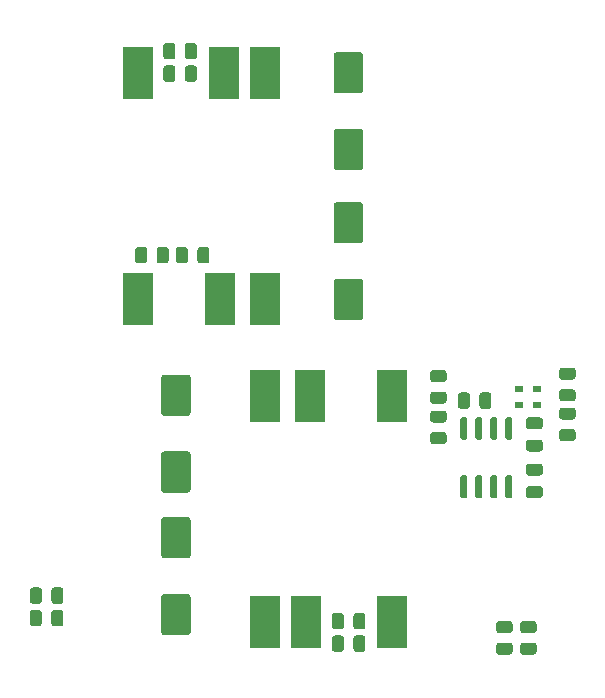
<source format=gbr>
%TF.GenerationSoftware,KiCad,Pcbnew,(5.1.9)-1*%
%TF.CreationDate,2021-04-10T21:08:21+08:00*%
%TF.ProjectId,CSPS2ATX2.0,43535053-3241-4545-9832-2e302e6b6963,V2.0*%
%TF.SameCoordinates,Original*%
%TF.FileFunction,Paste,Top*%
%TF.FilePolarity,Positive*%
%FSLAX46Y46*%
G04 Gerber Fmt 4.6, Leading zero omitted, Abs format (unit mm)*
G04 Created by KiCad (PCBNEW (5.1.9)-1) date 2021-04-10 21:08:21*
%MOMM*%
%LPD*%
G01*
G04 APERTURE LIST*
%ADD10R,0.700000X0.600000*%
%ADD11R,2.600000X4.500000*%
G04 APERTURE END LIST*
D10*
%TO.C,D2*%
X131318000Y-101095000D03*
X131318000Y-99695000D03*
%TD*%
%TO.C,D1*%
X132842000Y-101095000D03*
X132842000Y-99695000D03*
%TD*%
D11*
%TO.C,U3*%
X113210000Y-119420000D03*
X109810000Y-119420000D03*
X120500000Y-119420000D03*
X109810000Y-100330000D03*
X113610000Y-100330000D03*
X120510000Y-100330000D03*
%TD*%
%TO.C,U2*%
X106350000Y-72985000D03*
X109750000Y-72985000D03*
X99060000Y-72985000D03*
X109750000Y-92075000D03*
X105950000Y-92075000D03*
X99050000Y-92075000D03*
%TD*%
%TO.C,R10*%
G36*
G01*
X117263500Y-121735001D02*
X117263500Y-120834999D01*
G75*
G02*
X117513499Y-120585000I249999J0D01*
G01*
X118038501Y-120585000D01*
G75*
G02*
X118288500Y-120834999I0J-249999D01*
G01*
X118288500Y-121735001D01*
G75*
G02*
X118038501Y-121985000I-249999J0D01*
G01*
X117513499Y-121985000D01*
G75*
G02*
X117263500Y-121735001I0J249999D01*
G01*
G37*
G36*
G01*
X115438500Y-121735001D02*
X115438500Y-120834999D01*
G75*
G02*
X115688499Y-120585000I249999J0D01*
G01*
X116213501Y-120585000D01*
G75*
G02*
X116463500Y-120834999I0J-249999D01*
G01*
X116463500Y-121735001D01*
G75*
G02*
X116213501Y-121985000I-249999J0D01*
G01*
X115688499Y-121985000D01*
G75*
G02*
X115438500Y-121735001I0J249999D01*
G01*
G37*
%TD*%
%TO.C,R9*%
G36*
G01*
X116463500Y-118929999D02*
X116463500Y-119830001D01*
G75*
G02*
X116213501Y-120080000I-249999J0D01*
G01*
X115688499Y-120080000D01*
G75*
G02*
X115438500Y-119830001I0J249999D01*
G01*
X115438500Y-118929999D01*
G75*
G02*
X115688499Y-118680000I249999J0D01*
G01*
X116213501Y-118680000D01*
G75*
G02*
X116463500Y-118929999I0J-249999D01*
G01*
G37*
G36*
G01*
X118288500Y-118929999D02*
X118288500Y-119830001D01*
G75*
G02*
X118038501Y-120080000I-249999J0D01*
G01*
X117513499Y-120080000D01*
G75*
G02*
X117263500Y-119830001I0J249999D01*
G01*
X117263500Y-118929999D01*
G75*
G02*
X117513499Y-118680000I249999J0D01*
G01*
X118038501Y-118680000D01*
G75*
G02*
X118288500Y-118929999I0J-249999D01*
G01*
G37*
%TD*%
%TO.C,R8*%
G36*
G01*
X102192500Y-70669999D02*
X102192500Y-71570001D01*
G75*
G02*
X101942501Y-71820000I-249999J0D01*
G01*
X101417499Y-71820000D01*
G75*
G02*
X101167500Y-71570001I0J249999D01*
G01*
X101167500Y-70669999D01*
G75*
G02*
X101417499Y-70420000I249999J0D01*
G01*
X101942501Y-70420000D01*
G75*
G02*
X102192500Y-70669999I0J-249999D01*
G01*
G37*
G36*
G01*
X104017500Y-70669999D02*
X104017500Y-71570001D01*
G75*
G02*
X103767501Y-71820000I-249999J0D01*
G01*
X103242499Y-71820000D01*
G75*
G02*
X102992500Y-71570001I0J249999D01*
G01*
X102992500Y-70669999D01*
G75*
G02*
X103242499Y-70420000I249999J0D01*
G01*
X103767501Y-70420000D01*
G75*
G02*
X104017500Y-70669999I0J-249999D01*
G01*
G37*
%TD*%
%TO.C,R7*%
G36*
G01*
X102992500Y-73475001D02*
X102992500Y-72574999D01*
G75*
G02*
X103242499Y-72325000I249999J0D01*
G01*
X103767501Y-72325000D01*
G75*
G02*
X104017500Y-72574999I0J-249999D01*
G01*
X104017500Y-73475001D01*
G75*
G02*
X103767501Y-73725000I-249999J0D01*
G01*
X103242499Y-73725000D01*
G75*
G02*
X102992500Y-73475001I0J249999D01*
G01*
G37*
G36*
G01*
X101167500Y-73475001D02*
X101167500Y-72574999D01*
G75*
G02*
X101417499Y-72325000I249999J0D01*
G01*
X101942501Y-72325000D01*
G75*
G02*
X102192500Y-72574999I0J-249999D01*
G01*
X102192500Y-73475001D01*
G75*
G02*
X101942501Y-73725000I-249999J0D01*
G01*
X101417499Y-73725000D01*
G75*
G02*
X101167500Y-73475001I0J249999D01*
G01*
G37*
%TD*%
%TO.C,C6*%
G36*
G01*
X117840000Y-87400000D02*
X115840000Y-87400000D01*
G75*
G02*
X115590000Y-87150000I0J250000D01*
G01*
X115590000Y-84150000D01*
G75*
G02*
X115840000Y-83900000I250000J0D01*
G01*
X117840000Y-83900000D01*
G75*
G02*
X118090000Y-84150000I0J-250000D01*
G01*
X118090000Y-87150000D01*
G75*
G02*
X117840000Y-87400000I-250000J0D01*
G01*
G37*
G36*
G01*
X117840000Y-93900000D02*
X115840000Y-93900000D01*
G75*
G02*
X115590000Y-93650000I0J250000D01*
G01*
X115590000Y-90650000D01*
G75*
G02*
X115840000Y-90400000I250000J0D01*
G01*
X117840000Y-90400000D01*
G75*
G02*
X118090000Y-90650000I0J-250000D01*
G01*
X118090000Y-93650000D01*
G75*
G02*
X117840000Y-93900000I-250000J0D01*
G01*
G37*
%TD*%
%TO.C,C5*%
G36*
G01*
X103235000Y-114070000D02*
X101235000Y-114070000D01*
G75*
G02*
X100985000Y-113820000I0J250000D01*
G01*
X100985000Y-110820000D01*
G75*
G02*
X101235000Y-110570000I250000J0D01*
G01*
X103235000Y-110570000D01*
G75*
G02*
X103485000Y-110820000I0J-250000D01*
G01*
X103485000Y-113820000D01*
G75*
G02*
X103235000Y-114070000I-250000J0D01*
G01*
G37*
G36*
G01*
X103235000Y-120570000D02*
X101235000Y-120570000D01*
G75*
G02*
X100985000Y-120320000I0J250000D01*
G01*
X100985000Y-117320000D01*
G75*
G02*
X101235000Y-117070000I250000J0D01*
G01*
X103235000Y-117070000D01*
G75*
G02*
X103485000Y-117320000I0J-250000D01*
G01*
X103485000Y-120320000D01*
G75*
G02*
X103235000Y-120570000I-250000J0D01*
G01*
G37*
%TD*%
%TO.C,C4*%
G36*
G01*
X117840000Y-74700000D02*
X115840000Y-74700000D01*
G75*
G02*
X115590000Y-74450000I0J250000D01*
G01*
X115590000Y-71450000D01*
G75*
G02*
X115840000Y-71200000I250000J0D01*
G01*
X117840000Y-71200000D01*
G75*
G02*
X118090000Y-71450000I0J-250000D01*
G01*
X118090000Y-74450000D01*
G75*
G02*
X117840000Y-74700000I-250000J0D01*
G01*
G37*
G36*
G01*
X117840000Y-81200000D02*
X115840000Y-81200000D01*
G75*
G02*
X115590000Y-80950000I0J250000D01*
G01*
X115590000Y-77950000D01*
G75*
G02*
X115840000Y-77700000I250000J0D01*
G01*
X117840000Y-77700000D01*
G75*
G02*
X118090000Y-77950000I0J-250000D01*
G01*
X118090000Y-80950000D01*
G75*
G02*
X117840000Y-81200000I-250000J0D01*
G01*
G37*
%TD*%
%TO.C,C3*%
G36*
G01*
X101235000Y-105005000D02*
X103235000Y-105005000D01*
G75*
G02*
X103485000Y-105255000I0J-250000D01*
G01*
X103485000Y-108255000D01*
G75*
G02*
X103235000Y-108505000I-250000J0D01*
G01*
X101235000Y-108505000D01*
G75*
G02*
X100985000Y-108255000I0J250000D01*
G01*
X100985000Y-105255000D01*
G75*
G02*
X101235000Y-105005000I250000J0D01*
G01*
G37*
G36*
G01*
X101235000Y-98505000D02*
X103235000Y-98505000D01*
G75*
G02*
X103485000Y-98755000I0J-250000D01*
G01*
X103485000Y-101755000D01*
G75*
G02*
X103235000Y-102005000I-250000J0D01*
G01*
X101235000Y-102005000D01*
G75*
G02*
X100985000Y-101755000I0J250000D01*
G01*
X100985000Y-98755000D01*
G75*
G02*
X101235000Y-98505000I250000J0D01*
G01*
G37*
%TD*%
%TO.C,U1*%
G36*
G01*
X126769000Y-104037000D02*
X126469000Y-104037000D01*
G75*
G02*
X126319000Y-103887000I0J150000D01*
G01*
X126319000Y-102237000D01*
G75*
G02*
X126469000Y-102087000I150000J0D01*
G01*
X126769000Y-102087000D01*
G75*
G02*
X126919000Y-102237000I0J-150000D01*
G01*
X126919000Y-103887000D01*
G75*
G02*
X126769000Y-104037000I-150000J0D01*
G01*
G37*
G36*
G01*
X128039000Y-104037000D02*
X127739000Y-104037000D01*
G75*
G02*
X127589000Y-103887000I0J150000D01*
G01*
X127589000Y-102237000D01*
G75*
G02*
X127739000Y-102087000I150000J0D01*
G01*
X128039000Y-102087000D01*
G75*
G02*
X128189000Y-102237000I0J-150000D01*
G01*
X128189000Y-103887000D01*
G75*
G02*
X128039000Y-104037000I-150000J0D01*
G01*
G37*
G36*
G01*
X129309000Y-104037000D02*
X129009000Y-104037000D01*
G75*
G02*
X128859000Y-103887000I0J150000D01*
G01*
X128859000Y-102237000D01*
G75*
G02*
X129009000Y-102087000I150000J0D01*
G01*
X129309000Y-102087000D01*
G75*
G02*
X129459000Y-102237000I0J-150000D01*
G01*
X129459000Y-103887000D01*
G75*
G02*
X129309000Y-104037000I-150000J0D01*
G01*
G37*
G36*
G01*
X130579000Y-104037000D02*
X130279000Y-104037000D01*
G75*
G02*
X130129000Y-103887000I0J150000D01*
G01*
X130129000Y-102237000D01*
G75*
G02*
X130279000Y-102087000I150000J0D01*
G01*
X130579000Y-102087000D01*
G75*
G02*
X130729000Y-102237000I0J-150000D01*
G01*
X130729000Y-103887000D01*
G75*
G02*
X130579000Y-104037000I-150000J0D01*
G01*
G37*
G36*
G01*
X130579000Y-108987000D02*
X130279000Y-108987000D01*
G75*
G02*
X130129000Y-108837000I0J150000D01*
G01*
X130129000Y-107187000D01*
G75*
G02*
X130279000Y-107037000I150000J0D01*
G01*
X130579000Y-107037000D01*
G75*
G02*
X130729000Y-107187000I0J-150000D01*
G01*
X130729000Y-108837000D01*
G75*
G02*
X130579000Y-108987000I-150000J0D01*
G01*
G37*
G36*
G01*
X129309000Y-108987000D02*
X129009000Y-108987000D01*
G75*
G02*
X128859000Y-108837000I0J150000D01*
G01*
X128859000Y-107187000D01*
G75*
G02*
X129009000Y-107037000I150000J0D01*
G01*
X129309000Y-107037000D01*
G75*
G02*
X129459000Y-107187000I0J-150000D01*
G01*
X129459000Y-108837000D01*
G75*
G02*
X129309000Y-108987000I-150000J0D01*
G01*
G37*
G36*
G01*
X128039000Y-108987000D02*
X127739000Y-108987000D01*
G75*
G02*
X127589000Y-108837000I0J150000D01*
G01*
X127589000Y-107187000D01*
G75*
G02*
X127739000Y-107037000I150000J0D01*
G01*
X128039000Y-107037000D01*
G75*
G02*
X128189000Y-107187000I0J-150000D01*
G01*
X128189000Y-108837000D01*
G75*
G02*
X128039000Y-108987000I-150000J0D01*
G01*
G37*
G36*
G01*
X126769000Y-108987000D02*
X126469000Y-108987000D01*
G75*
G02*
X126319000Y-108837000I0J150000D01*
G01*
X126319000Y-107187000D01*
G75*
G02*
X126469000Y-107037000I150000J0D01*
G01*
X126769000Y-107037000D01*
G75*
G02*
X126919000Y-107187000I0J-150000D01*
G01*
X126919000Y-108837000D01*
G75*
G02*
X126769000Y-108987000I-150000J0D01*
G01*
G37*
%TD*%
%TO.C,R111*%
G36*
G01*
X134931999Y-103119500D02*
X135832001Y-103119500D01*
G75*
G02*
X136082000Y-103369499I0J-249999D01*
G01*
X136082000Y-103894501D01*
G75*
G02*
X135832001Y-104144500I-249999J0D01*
G01*
X134931999Y-104144500D01*
G75*
G02*
X134682000Y-103894501I0J249999D01*
G01*
X134682000Y-103369499D01*
G75*
G02*
X134931999Y-103119500I249999J0D01*
G01*
G37*
G36*
G01*
X134931999Y-101294500D02*
X135832001Y-101294500D01*
G75*
G02*
X136082000Y-101544499I0J-249999D01*
G01*
X136082000Y-102069501D01*
G75*
G02*
X135832001Y-102319500I-249999J0D01*
G01*
X134931999Y-102319500D01*
G75*
G02*
X134682000Y-102069501I0J249999D01*
G01*
X134682000Y-101544499D01*
G75*
G02*
X134931999Y-101294500I249999J0D01*
G01*
G37*
%TD*%
%TO.C,R110*%
G36*
G01*
X134931999Y-99737500D02*
X135832001Y-99737500D01*
G75*
G02*
X136082000Y-99987499I0J-249999D01*
G01*
X136082000Y-100512501D01*
G75*
G02*
X135832001Y-100762500I-249999J0D01*
G01*
X134931999Y-100762500D01*
G75*
G02*
X134682000Y-100512501I0J249999D01*
G01*
X134682000Y-99987499D01*
G75*
G02*
X134931999Y-99737500I249999J0D01*
G01*
G37*
G36*
G01*
X134931999Y-97912500D02*
X135832001Y-97912500D01*
G75*
G02*
X136082000Y-98162499I0J-249999D01*
G01*
X136082000Y-98687501D01*
G75*
G02*
X135832001Y-98937500I-249999J0D01*
G01*
X134931999Y-98937500D01*
G75*
G02*
X134682000Y-98687501I0J249999D01*
G01*
X134682000Y-98162499D01*
G75*
G02*
X134931999Y-97912500I249999J0D01*
G01*
G37*
%TD*%
%TO.C,R109*%
G36*
G01*
X90889500Y-118675999D02*
X90889500Y-119576001D01*
G75*
G02*
X90639501Y-119826000I-249999J0D01*
G01*
X90114499Y-119826000D01*
G75*
G02*
X89864500Y-119576001I0J249999D01*
G01*
X89864500Y-118675999D01*
G75*
G02*
X90114499Y-118426000I249999J0D01*
G01*
X90639501Y-118426000D01*
G75*
G02*
X90889500Y-118675999I0J-249999D01*
G01*
G37*
G36*
G01*
X92714500Y-118675999D02*
X92714500Y-119576001D01*
G75*
G02*
X92464501Y-119826000I-249999J0D01*
G01*
X91939499Y-119826000D01*
G75*
G02*
X91689500Y-119576001I0J249999D01*
G01*
X91689500Y-118675999D01*
G75*
G02*
X91939499Y-118426000I249999J0D01*
G01*
X92464501Y-118426000D01*
G75*
G02*
X92714500Y-118675999I0J-249999D01*
G01*
G37*
%TD*%
%TO.C,R108*%
G36*
G01*
X91689500Y-117671001D02*
X91689500Y-116770999D01*
G75*
G02*
X91939499Y-116521000I249999J0D01*
G01*
X92464501Y-116521000D01*
G75*
G02*
X92714500Y-116770999I0J-249999D01*
G01*
X92714500Y-117671001D01*
G75*
G02*
X92464501Y-117921000I-249999J0D01*
G01*
X91939499Y-117921000D01*
G75*
G02*
X91689500Y-117671001I0J249999D01*
G01*
G37*
G36*
G01*
X89864500Y-117671001D02*
X89864500Y-116770999D01*
G75*
G02*
X90114499Y-116521000I249999J0D01*
G01*
X90639501Y-116521000D01*
G75*
G02*
X90889500Y-116770999I0J-249999D01*
G01*
X90889500Y-117671001D01*
G75*
G02*
X90639501Y-117921000I-249999J0D01*
G01*
X90114499Y-117921000D01*
G75*
G02*
X89864500Y-117671001I0J249999D01*
G01*
G37*
%TD*%
%TO.C,R105*%
G36*
G01*
X104055500Y-88842001D02*
X104055500Y-87941999D01*
G75*
G02*
X104305499Y-87692000I249999J0D01*
G01*
X104830501Y-87692000D01*
G75*
G02*
X105080500Y-87941999I0J-249999D01*
G01*
X105080500Y-88842001D01*
G75*
G02*
X104830501Y-89092000I-249999J0D01*
G01*
X104305499Y-89092000D01*
G75*
G02*
X104055500Y-88842001I0J249999D01*
G01*
G37*
G36*
G01*
X102230500Y-88842001D02*
X102230500Y-87941999D01*
G75*
G02*
X102480499Y-87692000I249999J0D01*
G01*
X103005501Y-87692000D01*
G75*
G02*
X103255500Y-87941999I0J-249999D01*
G01*
X103255500Y-88842001D01*
G75*
G02*
X103005501Y-89092000I-249999J0D01*
G01*
X102480499Y-89092000D01*
G75*
G02*
X102230500Y-88842001I0J249999D01*
G01*
G37*
%TD*%
%TO.C,R104*%
G36*
G01*
X100603000Y-88842001D02*
X100603000Y-87941999D01*
G75*
G02*
X100852999Y-87692000I249999J0D01*
G01*
X101378001Y-87692000D01*
G75*
G02*
X101628000Y-87941999I0J-249999D01*
G01*
X101628000Y-88842001D01*
G75*
G02*
X101378001Y-89092000I-249999J0D01*
G01*
X100852999Y-89092000D01*
G75*
G02*
X100603000Y-88842001I0J249999D01*
G01*
G37*
G36*
G01*
X98778000Y-88842001D02*
X98778000Y-87941999D01*
G75*
G02*
X99027999Y-87692000I249999J0D01*
G01*
X99553001Y-87692000D01*
G75*
G02*
X99803000Y-87941999I0J-249999D01*
G01*
X99803000Y-88842001D01*
G75*
G02*
X99553001Y-89092000I-249999J0D01*
G01*
X99027999Y-89092000D01*
G75*
G02*
X98778000Y-88842001I0J249999D01*
G01*
G37*
%TD*%
%TO.C,R103*%
G36*
G01*
X131629999Y-121200500D02*
X132530001Y-121200500D01*
G75*
G02*
X132780000Y-121450499I0J-249999D01*
G01*
X132780000Y-121975501D01*
G75*
G02*
X132530001Y-122225500I-249999J0D01*
G01*
X131629999Y-122225500D01*
G75*
G02*
X131380000Y-121975501I0J249999D01*
G01*
X131380000Y-121450499D01*
G75*
G02*
X131629999Y-121200500I249999J0D01*
G01*
G37*
G36*
G01*
X131629999Y-119375500D02*
X132530001Y-119375500D01*
G75*
G02*
X132780000Y-119625499I0J-249999D01*
G01*
X132780000Y-120150501D01*
G75*
G02*
X132530001Y-120400500I-249999J0D01*
G01*
X131629999Y-120400500D01*
G75*
G02*
X131380000Y-120150501I0J249999D01*
G01*
X131380000Y-119625499D01*
G75*
G02*
X131629999Y-119375500I249999J0D01*
G01*
G37*
%TD*%
%TO.C,R102*%
G36*
G01*
X129597999Y-121200500D02*
X130498001Y-121200500D01*
G75*
G02*
X130748000Y-121450499I0J-249999D01*
G01*
X130748000Y-121975501D01*
G75*
G02*
X130498001Y-122225500I-249999J0D01*
G01*
X129597999Y-122225500D01*
G75*
G02*
X129348000Y-121975501I0J249999D01*
G01*
X129348000Y-121450499D01*
G75*
G02*
X129597999Y-121200500I249999J0D01*
G01*
G37*
G36*
G01*
X129597999Y-119375500D02*
X130498001Y-119375500D01*
G75*
G02*
X130748000Y-119625499I0J-249999D01*
G01*
X130748000Y-120150501D01*
G75*
G02*
X130498001Y-120400500I-249999J0D01*
G01*
X129597999Y-120400500D01*
G75*
G02*
X129348000Y-120150501I0J249999D01*
G01*
X129348000Y-119625499D01*
G75*
G02*
X129597999Y-119375500I249999J0D01*
G01*
G37*
%TD*%
%TO.C,R4*%
G36*
G01*
X124009999Y-103373500D02*
X124910001Y-103373500D01*
G75*
G02*
X125160000Y-103623499I0J-249999D01*
G01*
X125160000Y-104148501D01*
G75*
G02*
X124910001Y-104398500I-249999J0D01*
G01*
X124009999Y-104398500D01*
G75*
G02*
X123760000Y-104148501I0J249999D01*
G01*
X123760000Y-103623499D01*
G75*
G02*
X124009999Y-103373500I249999J0D01*
G01*
G37*
G36*
G01*
X124009999Y-101548500D02*
X124910001Y-101548500D01*
G75*
G02*
X125160000Y-101798499I0J-249999D01*
G01*
X125160000Y-102323501D01*
G75*
G02*
X124910001Y-102573500I-249999J0D01*
G01*
X124009999Y-102573500D01*
G75*
G02*
X123760000Y-102323501I0J249999D01*
G01*
X123760000Y-101798499D01*
G75*
G02*
X124009999Y-101548500I249999J0D01*
G01*
G37*
%TD*%
%TO.C,R3*%
G36*
G01*
X124009999Y-99944500D02*
X124910001Y-99944500D01*
G75*
G02*
X125160000Y-100194499I0J-249999D01*
G01*
X125160000Y-100719501D01*
G75*
G02*
X124910001Y-100969500I-249999J0D01*
G01*
X124009999Y-100969500D01*
G75*
G02*
X123760000Y-100719501I0J249999D01*
G01*
X123760000Y-100194499D01*
G75*
G02*
X124009999Y-99944500I249999J0D01*
G01*
G37*
G36*
G01*
X124009999Y-98119500D02*
X124910001Y-98119500D01*
G75*
G02*
X125160000Y-98369499I0J-249999D01*
G01*
X125160000Y-98894501D01*
G75*
G02*
X124910001Y-99144500I-249999J0D01*
G01*
X124009999Y-99144500D01*
G75*
G02*
X123760000Y-98894501I0J249999D01*
G01*
X123760000Y-98369499D01*
G75*
G02*
X124009999Y-98119500I249999J0D01*
G01*
G37*
%TD*%
%TO.C,R2*%
G36*
G01*
X127131500Y-100260999D02*
X127131500Y-101161001D01*
G75*
G02*
X126881501Y-101411000I-249999J0D01*
G01*
X126356499Y-101411000D01*
G75*
G02*
X126106500Y-101161001I0J249999D01*
G01*
X126106500Y-100260999D01*
G75*
G02*
X126356499Y-100011000I249999J0D01*
G01*
X126881501Y-100011000D01*
G75*
G02*
X127131500Y-100260999I0J-249999D01*
G01*
G37*
G36*
G01*
X128956500Y-100260999D02*
X128956500Y-101161001D01*
G75*
G02*
X128706501Y-101411000I-249999J0D01*
G01*
X128181499Y-101411000D01*
G75*
G02*
X127931500Y-101161001I0J249999D01*
G01*
X127931500Y-100260999D01*
G75*
G02*
X128181499Y-100011000I249999J0D01*
G01*
X128706501Y-100011000D01*
G75*
G02*
X128956500Y-100260999I0J-249999D01*
G01*
G37*
%TD*%
%TO.C,C2*%
G36*
G01*
X132113000Y-104021000D02*
X133063000Y-104021000D01*
G75*
G02*
X133313000Y-104271000I0J-250000D01*
G01*
X133313000Y-104771000D01*
G75*
G02*
X133063000Y-105021000I-250000J0D01*
G01*
X132113000Y-105021000D01*
G75*
G02*
X131863000Y-104771000I0J250000D01*
G01*
X131863000Y-104271000D01*
G75*
G02*
X132113000Y-104021000I250000J0D01*
G01*
G37*
G36*
G01*
X132113000Y-102121000D02*
X133063000Y-102121000D01*
G75*
G02*
X133313000Y-102371000I0J-250000D01*
G01*
X133313000Y-102871000D01*
G75*
G02*
X133063000Y-103121000I-250000J0D01*
G01*
X132113000Y-103121000D01*
G75*
G02*
X131863000Y-102871000I0J250000D01*
G01*
X131863000Y-102371000D01*
G75*
G02*
X132113000Y-102121000I250000J0D01*
G01*
G37*
%TD*%
%TO.C,C1*%
G36*
G01*
X133063000Y-107058000D02*
X132113000Y-107058000D01*
G75*
G02*
X131863000Y-106808000I0J250000D01*
G01*
X131863000Y-106308000D01*
G75*
G02*
X132113000Y-106058000I250000J0D01*
G01*
X133063000Y-106058000D01*
G75*
G02*
X133313000Y-106308000I0J-250000D01*
G01*
X133313000Y-106808000D01*
G75*
G02*
X133063000Y-107058000I-250000J0D01*
G01*
G37*
G36*
G01*
X133063000Y-108958000D02*
X132113000Y-108958000D01*
G75*
G02*
X131863000Y-108708000I0J250000D01*
G01*
X131863000Y-108208000D01*
G75*
G02*
X132113000Y-107958000I250000J0D01*
G01*
X133063000Y-107958000D01*
G75*
G02*
X133313000Y-108208000I0J-250000D01*
G01*
X133313000Y-108708000D01*
G75*
G02*
X133063000Y-108958000I-250000J0D01*
G01*
G37*
%TD*%
M02*

</source>
